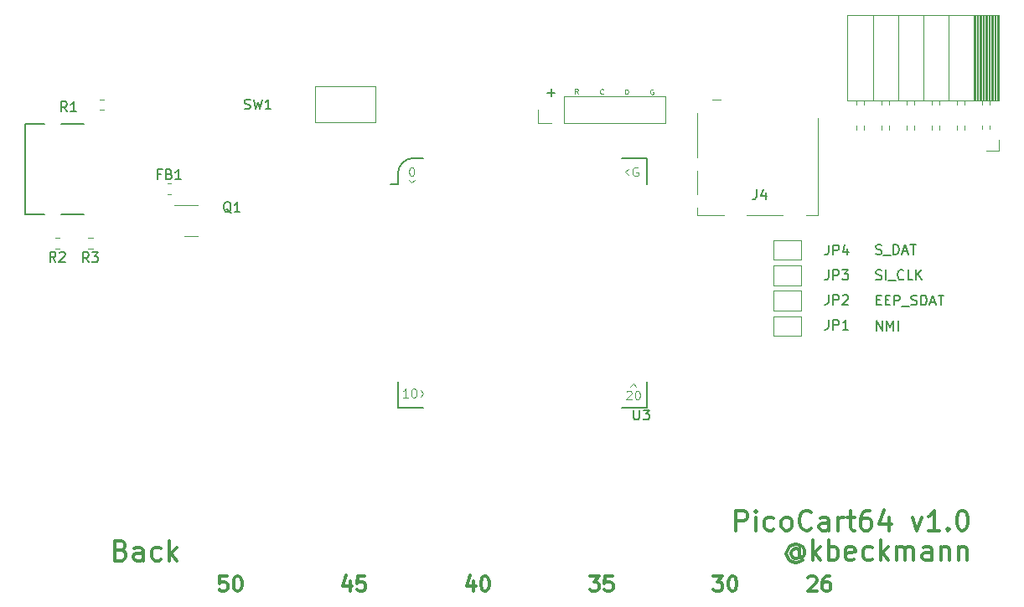
<source format=gto>
G04 #@! TF.GenerationSoftware,KiCad,Pcbnew,(6.0.5)*
G04 #@! TF.CreationDate,2022-06-22T00:44:10+02:00*
G04 #@! TF.ProjectId,picocart64_v1,7069636f-6361-4727-9436-345f76312e6b,rev?*
G04 #@! TF.SameCoordinates,Original*
G04 #@! TF.FileFunction,Legend,Top*
G04 #@! TF.FilePolarity,Positive*
%FSLAX46Y46*%
G04 Gerber Fmt 4.6, Leading zero omitted, Abs format (unit mm)*
G04 Created by KiCad (PCBNEW (6.0.5)) date 2022-06-22 00:44:10*
%MOMM*%
%LPD*%
G01*
G04 APERTURE LIST*
%ADD10C,0.125000*%
%ADD11C,0.300000*%
%ADD12C,0.150000*%
%ADD13C,0.120000*%
G04 APERTURE END LIST*
D10*
X155602761Y-60897325D02*
X155436095Y-60659230D01*
X155317047Y-60897325D02*
X155317047Y-60397325D01*
X155507523Y-60397325D01*
X155555142Y-60421135D01*
X155578952Y-60444944D01*
X155602761Y-60492563D01*
X155602761Y-60563992D01*
X155578952Y-60611611D01*
X155555142Y-60635420D01*
X155507523Y-60659230D01*
X155317047Y-60659230D01*
X158142761Y-60863733D02*
X158118952Y-60887542D01*
X158047523Y-60911352D01*
X157999904Y-60911352D01*
X157928476Y-60887542D01*
X157880857Y-60839923D01*
X157857047Y-60792304D01*
X157833238Y-60697066D01*
X157833238Y-60625638D01*
X157857047Y-60530400D01*
X157880857Y-60482781D01*
X157928476Y-60435162D01*
X157999904Y-60411352D01*
X158047523Y-60411352D01*
X158118952Y-60435162D01*
X158142761Y-60458971D01*
X160397047Y-60925379D02*
X160397047Y-60425379D01*
X160516095Y-60425379D01*
X160587523Y-60449189D01*
X160635142Y-60496808D01*
X160658952Y-60544427D01*
X160682761Y-60639665D01*
X160682761Y-60711093D01*
X160658952Y-60806331D01*
X160635142Y-60853950D01*
X160587523Y-60901569D01*
X160516095Y-60925379D01*
X160397047Y-60925379D01*
D11*
X132571428Y-110178571D02*
X132571428Y-111178571D01*
X132214285Y-109607142D02*
X131857142Y-110678571D01*
X132785714Y-110678571D01*
X134071428Y-109678571D02*
X133357142Y-109678571D01*
X133285714Y-110392857D01*
X133357142Y-110321428D01*
X133500000Y-110250000D01*
X133857142Y-110250000D01*
X134000000Y-110321428D01*
X134071428Y-110392857D01*
X134142857Y-110535714D01*
X134142857Y-110892857D01*
X134071428Y-111035714D01*
X134000000Y-111107142D01*
X133857142Y-111178571D01*
X133500000Y-111178571D01*
X133357142Y-111107142D01*
X133285714Y-111035714D01*
X145071428Y-110178571D02*
X145071428Y-111178571D01*
X144714285Y-109607142D02*
X144357142Y-110678571D01*
X145285714Y-110678571D01*
X146142857Y-109678571D02*
X146285714Y-109678571D01*
X146428571Y-109750000D01*
X146500000Y-109821428D01*
X146571428Y-109964285D01*
X146642857Y-110250000D01*
X146642857Y-110607142D01*
X146571428Y-110892857D01*
X146500000Y-111035714D01*
X146428571Y-111107142D01*
X146285714Y-111178571D01*
X146142857Y-111178571D01*
X146000000Y-111107142D01*
X145928571Y-111035714D01*
X145857142Y-110892857D01*
X145785714Y-110607142D01*
X145785714Y-110250000D01*
X145857142Y-109964285D01*
X145928571Y-109821428D01*
X146000000Y-109750000D01*
X146142857Y-109678571D01*
X156785714Y-109678571D02*
X157714285Y-109678571D01*
X157214285Y-110250000D01*
X157428571Y-110250000D01*
X157571428Y-110321428D01*
X157642857Y-110392857D01*
X157714285Y-110535714D01*
X157714285Y-110892857D01*
X157642857Y-111035714D01*
X157571428Y-111107142D01*
X157428571Y-111178571D01*
X157000000Y-111178571D01*
X156857142Y-111107142D01*
X156785714Y-111035714D01*
X159071428Y-109678571D02*
X158357142Y-109678571D01*
X158285714Y-110392857D01*
X158357142Y-110321428D01*
X158500000Y-110250000D01*
X158857142Y-110250000D01*
X159000000Y-110321428D01*
X159071428Y-110392857D01*
X159142857Y-110535714D01*
X159142857Y-110892857D01*
X159071428Y-111035714D01*
X159000000Y-111107142D01*
X158857142Y-111178571D01*
X158500000Y-111178571D01*
X158357142Y-111107142D01*
X158285714Y-111035714D01*
X169285714Y-109678571D02*
X170214285Y-109678571D01*
X169714285Y-110250000D01*
X169928571Y-110250000D01*
X170071428Y-110321428D01*
X170142857Y-110392857D01*
X170214285Y-110535714D01*
X170214285Y-110892857D01*
X170142857Y-111035714D01*
X170071428Y-111107142D01*
X169928571Y-111178571D01*
X169500000Y-111178571D01*
X169357142Y-111107142D01*
X169285714Y-111035714D01*
X171142857Y-109678571D02*
X171285714Y-109678571D01*
X171428571Y-109750000D01*
X171500000Y-109821428D01*
X171571428Y-109964285D01*
X171642857Y-110250000D01*
X171642857Y-110607142D01*
X171571428Y-110892857D01*
X171500000Y-111035714D01*
X171428571Y-111107142D01*
X171285714Y-111178571D01*
X171142857Y-111178571D01*
X171000000Y-111107142D01*
X170928571Y-111035714D01*
X170857142Y-110892857D01*
X170785714Y-110607142D01*
X170785714Y-110250000D01*
X170857142Y-109964285D01*
X170928571Y-109821428D01*
X171000000Y-109750000D01*
X171142857Y-109678571D01*
X178857142Y-109821428D02*
X178928571Y-109750000D01*
X179071428Y-109678571D01*
X179428571Y-109678571D01*
X179571428Y-109750000D01*
X179642857Y-109821428D01*
X179714285Y-109964285D01*
X179714285Y-110107142D01*
X179642857Y-110321428D01*
X178785714Y-111178571D01*
X179714285Y-111178571D01*
X181000000Y-109678571D02*
X180714285Y-109678571D01*
X180571428Y-109750000D01*
X180500000Y-109821428D01*
X180357142Y-110035714D01*
X180285714Y-110321428D01*
X180285714Y-110892857D01*
X180357142Y-111035714D01*
X180428571Y-111107142D01*
X180571428Y-111178571D01*
X180857142Y-111178571D01*
X181000000Y-111107142D01*
X181071428Y-111035714D01*
X181142857Y-110892857D01*
X181142857Y-110535714D01*
X181071428Y-110392857D01*
X181000000Y-110321428D01*
X180857142Y-110250000D01*
X180571428Y-110250000D01*
X180428571Y-110321428D01*
X180357142Y-110392857D01*
X180285714Y-110535714D01*
D12*
X185707976Y-77087361D02*
X185850833Y-77134980D01*
X186088928Y-77134980D01*
X186184166Y-77087361D01*
X186231785Y-77039742D01*
X186279404Y-76944504D01*
X186279404Y-76849266D01*
X186231785Y-76754028D01*
X186184166Y-76706409D01*
X186088928Y-76658790D01*
X185898452Y-76611171D01*
X185803214Y-76563552D01*
X185755595Y-76515933D01*
X185707976Y-76420695D01*
X185707976Y-76325457D01*
X185755595Y-76230219D01*
X185803214Y-76182600D01*
X185898452Y-76134980D01*
X186136547Y-76134980D01*
X186279404Y-76182600D01*
X186469880Y-77230219D02*
X187231785Y-77230219D01*
X187469880Y-77134980D02*
X187469880Y-76134980D01*
X187707976Y-76134980D01*
X187850833Y-76182600D01*
X187946071Y-76277838D01*
X187993690Y-76373076D01*
X188041309Y-76563552D01*
X188041309Y-76706409D01*
X187993690Y-76896885D01*
X187946071Y-76992123D01*
X187850833Y-77087361D01*
X187707976Y-77134980D01*
X187469880Y-77134980D01*
X188422261Y-76849266D02*
X188898452Y-76849266D01*
X188327023Y-77134980D02*
X188660357Y-76134980D01*
X188993690Y-77134980D01*
X189184166Y-76134980D02*
X189755595Y-76134980D01*
X189469880Y-77134980D02*
X189469880Y-76134980D01*
D11*
X120142857Y-109678571D02*
X119428571Y-109678571D01*
X119357142Y-110392857D01*
X119428571Y-110321428D01*
X119571428Y-110250000D01*
X119928571Y-110250000D01*
X120071428Y-110321428D01*
X120142857Y-110392857D01*
X120214285Y-110535714D01*
X120214285Y-110892857D01*
X120142857Y-111035714D01*
X120071428Y-111107142D01*
X119928571Y-111178571D01*
X119571428Y-111178571D01*
X119428571Y-111107142D01*
X119357142Y-111035714D01*
X121142857Y-109678571D02*
X121285714Y-109678571D01*
X121428571Y-109750000D01*
X121500000Y-109821428D01*
X121571428Y-109964285D01*
X121642857Y-110250000D01*
X121642857Y-110607142D01*
X121571428Y-110892857D01*
X121500000Y-111035714D01*
X121428571Y-111107142D01*
X121285714Y-111178571D01*
X121142857Y-111178571D01*
X121000000Y-111107142D01*
X120928571Y-111035714D01*
X120857142Y-110892857D01*
X120785714Y-110607142D01*
X120785714Y-110250000D01*
X120857142Y-109964285D01*
X120928571Y-109821428D01*
X121000000Y-109750000D01*
X121142857Y-109678571D01*
D12*
X185755595Y-84831180D02*
X185755595Y-83831180D01*
X186327023Y-84831180D01*
X186327023Y-83831180D01*
X186803214Y-84831180D02*
X186803214Y-83831180D01*
X187136547Y-84545466D01*
X187469880Y-83831180D01*
X187469880Y-84831180D01*
X187946071Y-84831180D02*
X187946071Y-83831180D01*
X185755595Y-81741971D02*
X186088928Y-81741971D01*
X186231785Y-82265780D02*
X185755595Y-82265780D01*
X185755595Y-81265780D01*
X186231785Y-81265780D01*
X186660357Y-81741971D02*
X186993690Y-81741971D01*
X187136547Y-82265780D02*
X186660357Y-82265780D01*
X186660357Y-81265780D01*
X187136547Y-81265780D01*
X187565119Y-82265780D02*
X187565119Y-81265780D01*
X187946071Y-81265780D01*
X188041309Y-81313400D01*
X188088928Y-81361019D01*
X188136547Y-81456257D01*
X188136547Y-81599114D01*
X188088928Y-81694352D01*
X188041309Y-81741971D01*
X187946071Y-81789590D01*
X187565119Y-81789590D01*
X188327023Y-82361019D02*
X189088928Y-82361019D01*
X189279404Y-82218161D02*
X189422261Y-82265780D01*
X189660357Y-82265780D01*
X189755595Y-82218161D01*
X189803214Y-82170542D01*
X189850833Y-82075304D01*
X189850833Y-81980066D01*
X189803214Y-81884828D01*
X189755595Y-81837209D01*
X189660357Y-81789590D01*
X189469880Y-81741971D01*
X189374642Y-81694352D01*
X189327023Y-81646733D01*
X189279404Y-81551495D01*
X189279404Y-81456257D01*
X189327023Y-81361019D01*
X189374642Y-81313400D01*
X189469880Y-81265780D01*
X189707976Y-81265780D01*
X189850833Y-81313400D01*
X190279404Y-82265780D02*
X190279404Y-81265780D01*
X190517500Y-81265780D01*
X190660357Y-81313400D01*
X190755595Y-81408638D01*
X190803214Y-81503876D01*
X190850833Y-81694352D01*
X190850833Y-81837209D01*
X190803214Y-82027685D01*
X190755595Y-82122923D01*
X190660357Y-82218161D01*
X190517500Y-82265780D01*
X190279404Y-82265780D01*
X191231785Y-81980066D02*
X191707976Y-81980066D01*
X191136547Y-82265780D02*
X191469880Y-81265780D01*
X191803214Y-82265780D01*
X191993690Y-81265780D02*
X192565119Y-81265780D01*
X192279404Y-82265780D02*
X192279404Y-81265780D01*
X152527047Y-60777428D02*
X153288952Y-60777428D01*
X152908000Y-61158380D02*
X152908000Y-60396476D01*
D10*
X163198952Y-60456000D02*
X163151333Y-60432190D01*
X163079904Y-60432190D01*
X163008476Y-60456000D01*
X162960857Y-60503619D01*
X162937047Y-60551238D01*
X162913238Y-60646476D01*
X162913238Y-60717904D01*
X162937047Y-60813142D01*
X162960857Y-60860761D01*
X163008476Y-60908380D01*
X163079904Y-60932190D01*
X163127523Y-60932190D01*
X163198952Y-60908380D01*
X163222761Y-60884571D01*
X163222761Y-60717904D01*
X163127523Y-60717904D01*
D12*
X185707976Y-79652761D02*
X185850833Y-79700380D01*
X186088928Y-79700380D01*
X186184166Y-79652761D01*
X186231785Y-79605142D01*
X186279404Y-79509904D01*
X186279404Y-79414666D01*
X186231785Y-79319428D01*
X186184166Y-79271809D01*
X186088928Y-79224190D01*
X185898452Y-79176571D01*
X185803214Y-79128952D01*
X185755595Y-79081333D01*
X185707976Y-78986095D01*
X185707976Y-78890857D01*
X185755595Y-78795619D01*
X185803214Y-78748000D01*
X185898452Y-78700380D01*
X186136547Y-78700380D01*
X186279404Y-78748000D01*
X186707976Y-79700380D02*
X186707976Y-78700380D01*
X186946071Y-79795619D02*
X187707976Y-79795619D01*
X188517500Y-79605142D02*
X188469880Y-79652761D01*
X188327023Y-79700380D01*
X188231785Y-79700380D01*
X188088928Y-79652761D01*
X187993690Y-79557523D01*
X187946071Y-79462285D01*
X187898452Y-79271809D01*
X187898452Y-79128952D01*
X187946071Y-78938476D01*
X187993690Y-78843238D01*
X188088928Y-78748000D01*
X188231785Y-78700380D01*
X188327023Y-78700380D01*
X188469880Y-78748000D01*
X188517500Y-78795619D01*
X189422261Y-79700380D02*
X188946071Y-79700380D01*
X188946071Y-78700380D01*
X189755595Y-79700380D02*
X189755595Y-78700380D01*
X190327023Y-79700380D02*
X189898452Y-79128952D01*
X190327023Y-78700380D02*
X189755595Y-79271809D01*
X161238095Y-92852380D02*
X161238095Y-93661904D01*
X161285714Y-93757142D01*
X161333333Y-93804761D01*
X161428571Y-93852380D01*
X161619047Y-93852380D01*
X161714285Y-93804761D01*
X161761904Y-93757142D01*
X161809523Y-93661904D01*
X161809523Y-92852380D01*
X162190476Y-92852380D02*
X162809523Y-92852380D01*
X162476190Y-93233333D01*
X162619047Y-93233333D01*
X162714285Y-93280952D01*
X162761904Y-93328571D01*
X162809523Y-93423809D01*
X162809523Y-93661904D01*
X162761904Y-93757142D01*
X162714285Y-93804761D01*
X162619047Y-93852380D01*
X162333333Y-93852380D01*
X162238095Y-93804761D01*
X162190476Y-93757142D01*
D13*
X138757142Y-68307142D02*
X138842857Y-68307142D01*
X138928571Y-68350000D01*
X138971428Y-68392857D01*
X139014285Y-68478571D01*
X139057142Y-68650000D01*
X139057142Y-68864285D01*
X139014285Y-69035714D01*
X138971428Y-69121428D01*
X138928571Y-69164285D01*
X138842857Y-69207142D01*
X138757142Y-69207142D01*
X138671428Y-69164285D01*
X138628571Y-69121428D01*
X138585714Y-69035714D01*
X138542857Y-68864285D01*
X138542857Y-68650000D01*
X138585714Y-68478571D01*
X138628571Y-68392857D01*
X138671428Y-68350000D01*
X138757142Y-68307142D01*
X138428571Y-91607142D02*
X137914285Y-91607142D01*
X138171428Y-91607142D02*
X138171428Y-90707142D01*
X138085714Y-90835714D01*
X138000000Y-90921428D01*
X137914285Y-90964285D01*
X138985714Y-90707142D02*
X139071428Y-90707142D01*
X139157142Y-90750000D01*
X139200000Y-90792857D01*
X139242857Y-90878571D01*
X139285714Y-91050000D01*
X139285714Y-91264285D01*
X139242857Y-91435714D01*
X139200000Y-91521428D01*
X139157142Y-91564285D01*
X139071428Y-91607142D01*
X138985714Y-91607142D01*
X138900000Y-91564285D01*
X138857142Y-91521428D01*
X138814285Y-91435714D01*
X138771428Y-91264285D01*
X138771428Y-91050000D01*
X138814285Y-90878571D01*
X138857142Y-90792857D01*
X138900000Y-90750000D01*
X138985714Y-90707142D01*
X161635714Y-68350000D02*
X161550000Y-68307142D01*
X161421428Y-68307142D01*
X161292857Y-68350000D01*
X161207142Y-68435714D01*
X161164285Y-68521428D01*
X161121428Y-68692857D01*
X161121428Y-68821428D01*
X161164285Y-68992857D01*
X161207142Y-69078571D01*
X161292857Y-69164285D01*
X161421428Y-69207142D01*
X161507142Y-69207142D01*
X161635714Y-69164285D01*
X161678571Y-69121428D01*
X161678571Y-68821428D01*
X161507142Y-68821428D01*
X160514285Y-90992857D02*
X160557142Y-90950000D01*
X160642857Y-90907142D01*
X160857142Y-90907142D01*
X160942857Y-90950000D01*
X160985714Y-90992857D01*
X161028571Y-91078571D01*
X161028571Y-91164285D01*
X160985714Y-91292857D01*
X160471428Y-91807142D01*
X161028571Y-91807142D01*
X161585714Y-90907142D02*
X161671428Y-90907142D01*
X161757142Y-90950000D01*
X161800000Y-90992857D01*
X161842857Y-91078571D01*
X161885714Y-91250000D01*
X161885714Y-91464285D01*
X161842857Y-91635714D01*
X161800000Y-91721428D01*
X161757142Y-91764285D01*
X161671428Y-91807142D01*
X161585714Y-91807142D01*
X161500000Y-91764285D01*
X161457142Y-91721428D01*
X161414285Y-91635714D01*
X161371428Y-91464285D01*
X161371428Y-91250000D01*
X161414285Y-91078571D01*
X161457142Y-90992857D01*
X161500000Y-90950000D01*
X161585714Y-90907142D01*
D12*
X180916666Y-83753180D02*
X180916666Y-84467466D01*
X180869047Y-84610323D01*
X180773809Y-84705561D01*
X180630952Y-84753180D01*
X180535714Y-84753180D01*
X181392857Y-84753180D02*
X181392857Y-83753180D01*
X181773809Y-83753180D01*
X181869047Y-83800800D01*
X181916666Y-83848419D01*
X181964285Y-83943657D01*
X181964285Y-84086514D01*
X181916666Y-84181752D01*
X181869047Y-84229371D01*
X181773809Y-84276990D01*
X181392857Y-84276990D01*
X182916666Y-84753180D02*
X182345238Y-84753180D01*
X182630952Y-84753180D02*
X182630952Y-83753180D01*
X182535714Y-83896038D01*
X182440476Y-83991276D01*
X182345238Y-84038895D01*
X180916666Y-81227780D02*
X180916666Y-81942066D01*
X180869047Y-82084923D01*
X180773809Y-82180161D01*
X180630952Y-82227780D01*
X180535714Y-82227780D01*
X181392857Y-82227780D02*
X181392857Y-81227780D01*
X181773809Y-81227780D01*
X181869047Y-81275400D01*
X181916666Y-81323019D01*
X181964285Y-81418257D01*
X181964285Y-81561114D01*
X181916666Y-81656352D01*
X181869047Y-81703971D01*
X181773809Y-81751590D01*
X181392857Y-81751590D01*
X182345238Y-81323019D02*
X182392857Y-81275400D01*
X182488095Y-81227780D01*
X182726190Y-81227780D01*
X182821428Y-81275400D01*
X182869047Y-81323019D01*
X182916666Y-81418257D01*
X182916666Y-81513495D01*
X182869047Y-81656352D01*
X182297619Y-82227780D01*
X182916666Y-82227780D01*
X106158333Y-77922380D02*
X105825000Y-77446190D01*
X105586904Y-77922380D02*
X105586904Y-76922380D01*
X105967857Y-76922380D01*
X106063095Y-76970000D01*
X106110714Y-77017619D01*
X106158333Y-77112857D01*
X106158333Y-77255714D01*
X106110714Y-77350952D01*
X106063095Y-77398571D01*
X105967857Y-77446190D01*
X105586904Y-77446190D01*
X106491666Y-76922380D02*
X107110714Y-76922380D01*
X106777380Y-77303333D01*
X106920238Y-77303333D01*
X107015476Y-77350952D01*
X107063095Y-77398571D01*
X107110714Y-77493809D01*
X107110714Y-77731904D01*
X107063095Y-77827142D01*
X107015476Y-77874761D01*
X106920238Y-77922380D01*
X106634523Y-77922380D01*
X106539285Y-77874761D01*
X106491666Y-77827142D01*
X173656666Y-70572380D02*
X173656666Y-71286666D01*
X173609047Y-71429523D01*
X173513809Y-71524761D01*
X173370952Y-71572380D01*
X173275714Y-71572380D01*
X174561428Y-70905714D02*
X174561428Y-71572380D01*
X174323333Y-70524761D02*
X174085238Y-71239047D01*
X174704285Y-71239047D01*
X103973333Y-62682380D02*
X103640000Y-62206190D01*
X103401904Y-62682380D02*
X103401904Y-61682380D01*
X103782857Y-61682380D01*
X103878095Y-61730000D01*
X103925714Y-61777619D01*
X103973333Y-61872857D01*
X103973333Y-62015714D01*
X103925714Y-62110952D01*
X103878095Y-62158571D01*
X103782857Y-62206190D01*
X103401904Y-62206190D01*
X104925714Y-62682380D02*
X104354285Y-62682380D01*
X104640000Y-62682380D02*
X104640000Y-61682380D01*
X104544761Y-61825238D01*
X104449523Y-61920476D01*
X104354285Y-61968095D01*
X121916666Y-62404761D02*
X122059523Y-62452380D01*
X122297619Y-62452380D01*
X122392857Y-62404761D01*
X122440476Y-62357142D01*
X122488095Y-62261904D01*
X122488095Y-62166666D01*
X122440476Y-62071428D01*
X122392857Y-62023809D01*
X122297619Y-61976190D01*
X122107142Y-61928571D01*
X122011904Y-61880952D01*
X121964285Y-61833333D01*
X121916666Y-61738095D01*
X121916666Y-61642857D01*
X121964285Y-61547619D01*
X122011904Y-61500000D01*
X122107142Y-61452380D01*
X122345238Y-61452380D01*
X122488095Y-61500000D01*
X122821428Y-61452380D02*
X123059523Y-62452380D01*
X123250000Y-61738095D01*
X123440476Y-62452380D01*
X123678571Y-61452380D01*
X124583333Y-62452380D02*
X124011904Y-62452380D01*
X124297619Y-62452380D02*
X124297619Y-61452380D01*
X124202380Y-61595238D01*
X124107142Y-61690476D01*
X124011904Y-61738095D01*
X180916666Y-78702380D02*
X180916666Y-79416666D01*
X180869047Y-79559523D01*
X180773809Y-79654761D01*
X180630952Y-79702380D01*
X180535714Y-79702380D01*
X181392857Y-79702380D02*
X181392857Y-78702380D01*
X181773809Y-78702380D01*
X181869047Y-78750000D01*
X181916666Y-78797619D01*
X181964285Y-78892857D01*
X181964285Y-79035714D01*
X181916666Y-79130952D01*
X181869047Y-79178571D01*
X181773809Y-79226190D01*
X181392857Y-79226190D01*
X182297619Y-78702380D02*
X182916666Y-78702380D01*
X182583333Y-79083333D01*
X182726190Y-79083333D01*
X182821428Y-79130952D01*
X182869047Y-79178571D01*
X182916666Y-79273809D01*
X182916666Y-79511904D01*
X182869047Y-79607142D01*
X182821428Y-79654761D01*
X182726190Y-79702380D01*
X182440476Y-79702380D01*
X182345238Y-79654761D01*
X182297619Y-79607142D01*
X180916666Y-76184980D02*
X180916666Y-76899266D01*
X180869047Y-77042123D01*
X180773809Y-77137361D01*
X180630952Y-77184980D01*
X180535714Y-77184980D01*
X181392857Y-77184980D02*
X181392857Y-76184980D01*
X181773809Y-76184980D01*
X181869047Y-76232600D01*
X181916666Y-76280219D01*
X181964285Y-76375457D01*
X181964285Y-76518314D01*
X181916666Y-76613552D01*
X181869047Y-76661171D01*
X181773809Y-76708790D01*
X181392857Y-76708790D01*
X182821428Y-76518314D02*
X182821428Y-77184980D01*
X182583333Y-76137361D02*
X182345238Y-76851647D01*
X182964285Y-76851647D01*
X102833333Y-77882380D02*
X102500000Y-77406190D01*
X102261904Y-77882380D02*
X102261904Y-76882380D01*
X102642857Y-76882380D01*
X102738095Y-76930000D01*
X102785714Y-76977619D01*
X102833333Y-77072857D01*
X102833333Y-77215714D01*
X102785714Y-77310952D01*
X102738095Y-77358571D01*
X102642857Y-77406190D01*
X102261904Y-77406190D01*
X103214285Y-76977619D02*
X103261904Y-76930000D01*
X103357142Y-76882380D01*
X103595238Y-76882380D01*
X103690476Y-76930000D01*
X103738095Y-76977619D01*
X103785714Y-77072857D01*
X103785714Y-77168095D01*
X103738095Y-77310952D01*
X103166666Y-77882380D01*
X103785714Y-77882380D01*
X120554761Y-72937619D02*
X120459523Y-72890000D01*
X120364285Y-72794761D01*
X120221428Y-72651904D01*
X120126190Y-72604285D01*
X120030952Y-72604285D01*
X120078571Y-72842380D02*
X119983333Y-72794761D01*
X119888095Y-72699523D01*
X119840476Y-72509047D01*
X119840476Y-72175714D01*
X119888095Y-71985238D01*
X119983333Y-71890000D01*
X120078571Y-71842380D01*
X120269047Y-71842380D01*
X120364285Y-71890000D01*
X120459523Y-71985238D01*
X120507142Y-72175714D01*
X120507142Y-72509047D01*
X120459523Y-72699523D01*
X120364285Y-72794761D01*
X120269047Y-72842380D01*
X120078571Y-72842380D01*
X121459523Y-72842380D02*
X120888095Y-72842380D01*
X121173809Y-72842380D02*
X121173809Y-71842380D01*
X121078571Y-71985238D01*
X120983333Y-72080476D01*
X120888095Y-72128095D01*
X113454166Y-68998571D02*
X113120833Y-68998571D01*
X113120833Y-69522380D02*
X113120833Y-68522380D01*
X113597023Y-68522380D01*
X114311309Y-68998571D02*
X114454166Y-69046190D01*
X114501785Y-69093809D01*
X114549404Y-69189047D01*
X114549404Y-69331904D01*
X114501785Y-69427142D01*
X114454166Y-69474761D01*
X114358928Y-69522380D01*
X113977976Y-69522380D01*
X113977976Y-68522380D01*
X114311309Y-68522380D01*
X114406547Y-68570000D01*
X114454166Y-68617619D01*
X114501785Y-68712857D01*
X114501785Y-68808095D01*
X114454166Y-68903333D01*
X114406547Y-68950952D01*
X114311309Y-68998571D01*
X113977976Y-68998571D01*
X115501785Y-69522380D02*
X114930357Y-69522380D01*
X115216071Y-69522380D02*
X115216071Y-68522380D01*
X115120833Y-68665238D01*
X115025595Y-68760476D01*
X114930357Y-68808095D01*
D11*
X109458428Y-107045142D02*
X109744142Y-107140380D01*
X109839380Y-107235619D01*
X109934619Y-107426095D01*
X109934619Y-107711809D01*
X109839380Y-107902285D01*
X109744142Y-107997523D01*
X109553666Y-108092761D01*
X108791761Y-108092761D01*
X108791761Y-106092761D01*
X109458428Y-106092761D01*
X109648904Y-106188000D01*
X109744142Y-106283238D01*
X109839380Y-106473714D01*
X109839380Y-106664190D01*
X109744142Y-106854666D01*
X109648904Y-106949904D01*
X109458428Y-107045142D01*
X108791761Y-107045142D01*
X111648904Y-108092761D02*
X111648904Y-107045142D01*
X111553666Y-106854666D01*
X111363190Y-106759428D01*
X110982238Y-106759428D01*
X110791761Y-106854666D01*
X111648904Y-107997523D02*
X111458428Y-108092761D01*
X110982238Y-108092761D01*
X110791761Y-107997523D01*
X110696523Y-107807047D01*
X110696523Y-107616571D01*
X110791761Y-107426095D01*
X110982238Y-107330857D01*
X111458428Y-107330857D01*
X111648904Y-107235619D01*
X113458428Y-107997523D02*
X113267952Y-108092761D01*
X112887000Y-108092761D01*
X112696523Y-107997523D01*
X112601285Y-107902285D01*
X112506047Y-107711809D01*
X112506047Y-107140380D01*
X112601285Y-106949904D01*
X112696523Y-106854666D01*
X112887000Y-106759428D01*
X113267952Y-106759428D01*
X113458428Y-106854666D01*
X114315571Y-108092761D02*
X114315571Y-106092761D01*
X114506047Y-107330857D02*
X115077476Y-108092761D01*
X115077476Y-106759428D02*
X114315571Y-107521333D01*
X177994445Y-107095750D02*
X177899207Y-107000512D01*
X177708731Y-106905274D01*
X177518255Y-106905274D01*
X177327778Y-107000512D01*
X177232540Y-107095750D01*
X177137302Y-107286227D01*
X177137302Y-107476703D01*
X177232540Y-107667179D01*
X177327778Y-107762417D01*
X177518255Y-107857655D01*
X177708731Y-107857655D01*
X177899207Y-107762417D01*
X177994445Y-107667179D01*
X177994445Y-106905274D02*
X177994445Y-107667179D01*
X178089683Y-107762417D01*
X178184921Y-107762417D01*
X178375397Y-107667179D01*
X178470636Y-107476703D01*
X178470636Y-107000512D01*
X178280159Y-106714798D01*
X177994445Y-106524322D01*
X177613493Y-106429084D01*
X177232540Y-106524322D01*
X176946826Y-106714798D01*
X176756350Y-107000512D01*
X176661112Y-107381465D01*
X176756350Y-107762417D01*
X176946826Y-108048131D01*
X177232540Y-108238608D01*
X177613493Y-108333846D01*
X177994445Y-108238608D01*
X178280159Y-108048131D01*
X179327778Y-108048131D02*
X179327778Y-106048131D01*
X179518255Y-107286227D02*
X180089683Y-108048131D01*
X180089683Y-106714798D02*
X179327778Y-107476703D01*
X180946826Y-108048131D02*
X180946826Y-106048131D01*
X180946826Y-106810036D02*
X181137302Y-106714798D01*
X181518255Y-106714798D01*
X181708731Y-106810036D01*
X181803969Y-106905274D01*
X181899207Y-107095750D01*
X181899207Y-107667179D01*
X181803969Y-107857655D01*
X181708731Y-107952893D01*
X181518255Y-108048131D01*
X181137302Y-108048131D01*
X180946826Y-107952893D01*
X183518255Y-107952893D02*
X183327778Y-108048131D01*
X182946826Y-108048131D01*
X182756350Y-107952893D01*
X182661112Y-107762417D01*
X182661112Y-107000512D01*
X182756350Y-106810036D01*
X182946826Y-106714798D01*
X183327778Y-106714798D01*
X183518255Y-106810036D01*
X183613493Y-107000512D01*
X183613493Y-107190989D01*
X182661112Y-107381465D01*
X185327778Y-107952893D02*
X185137302Y-108048131D01*
X184756350Y-108048131D01*
X184565874Y-107952893D01*
X184470636Y-107857655D01*
X184375397Y-107667179D01*
X184375397Y-107095750D01*
X184470636Y-106905274D01*
X184565874Y-106810036D01*
X184756350Y-106714798D01*
X185137302Y-106714798D01*
X185327778Y-106810036D01*
X186184921Y-108048131D02*
X186184921Y-106048131D01*
X186375397Y-107286227D02*
X186946826Y-108048131D01*
X186946826Y-106714798D02*
X186184921Y-107476703D01*
X187803969Y-108048131D02*
X187803969Y-106714798D01*
X187803969Y-106905274D02*
X187899207Y-106810036D01*
X188089683Y-106714798D01*
X188375397Y-106714798D01*
X188565874Y-106810036D01*
X188661112Y-107000512D01*
X188661112Y-108048131D01*
X188661112Y-107000512D02*
X188756350Y-106810036D01*
X188946826Y-106714798D01*
X189232540Y-106714798D01*
X189423017Y-106810036D01*
X189518255Y-107000512D01*
X189518255Y-108048131D01*
X191327778Y-108048131D02*
X191327778Y-107000512D01*
X191232540Y-106810036D01*
X191042064Y-106714798D01*
X190661112Y-106714798D01*
X190470636Y-106810036D01*
X191327778Y-107952893D02*
X191137302Y-108048131D01*
X190661112Y-108048131D01*
X190470636Y-107952893D01*
X190375397Y-107762417D01*
X190375397Y-107571941D01*
X190470636Y-107381465D01*
X190661112Y-107286227D01*
X191137302Y-107286227D01*
X191327778Y-107190989D01*
X192280159Y-106714798D02*
X192280159Y-108048131D01*
X192280159Y-106905274D02*
X192375397Y-106810036D01*
X192565874Y-106714798D01*
X192851588Y-106714798D01*
X193042064Y-106810036D01*
X193137302Y-107000512D01*
X193137302Y-108048131D01*
X194089683Y-106714798D02*
X194089683Y-108048131D01*
X194089683Y-106905274D02*
X194184921Y-106810036D01*
X194375397Y-106714798D01*
X194661112Y-106714798D01*
X194851588Y-106810036D01*
X194946826Y-107000512D01*
X194946826Y-108048131D01*
X171575476Y-105044761D02*
X171575476Y-103044761D01*
X172337380Y-103044761D01*
X172527857Y-103140000D01*
X172623095Y-103235238D01*
X172718333Y-103425714D01*
X172718333Y-103711428D01*
X172623095Y-103901904D01*
X172527857Y-103997142D01*
X172337380Y-104092380D01*
X171575476Y-104092380D01*
X173575476Y-105044761D02*
X173575476Y-103711428D01*
X173575476Y-103044761D02*
X173480238Y-103140000D01*
X173575476Y-103235238D01*
X173670714Y-103140000D01*
X173575476Y-103044761D01*
X173575476Y-103235238D01*
X175385000Y-104949523D02*
X175194523Y-105044761D01*
X174813571Y-105044761D01*
X174623095Y-104949523D01*
X174527857Y-104854285D01*
X174432619Y-104663809D01*
X174432619Y-104092380D01*
X174527857Y-103901904D01*
X174623095Y-103806666D01*
X174813571Y-103711428D01*
X175194523Y-103711428D01*
X175385000Y-103806666D01*
X176527857Y-105044761D02*
X176337380Y-104949523D01*
X176242142Y-104854285D01*
X176146904Y-104663809D01*
X176146904Y-104092380D01*
X176242142Y-103901904D01*
X176337380Y-103806666D01*
X176527857Y-103711428D01*
X176813571Y-103711428D01*
X177004047Y-103806666D01*
X177099285Y-103901904D01*
X177194523Y-104092380D01*
X177194523Y-104663809D01*
X177099285Y-104854285D01*
X177004047Y-104949523D01*
X176813571Y-105044761D01*
X176527857Y-105044761D01*
X179194523Y-104854285D02*
X179099285Y-104949523D01*
X178813571Y-105044761D01*
X178623095Y-105044761D01*
X178337380Y-104949523D01*
X178146904Y-104759047D01*
X178051666Y-104568571D01*
X177956428Y-104187619D01*
X177956428Y-103901904D01*
X178051666Y-103520952D01*
X178146904Y-103330476D01*
X178337380Y-103140000D01*
X178623095Y-103044761D01*
X178813571Y-103044761D01*
X179099285Y-103140000D01*
X179194523Y-103235238D01*
X180908809Y-105044761D02*
X180908809Y-103997142D01*
X180813571Y-103806666D01*
X180623095Y-103711428D01*
X180242142Y-103711428D01*
X180051666Y-103806666D01*
X180908809Y-104949523D02*
X180718333Y-105044761D01*
X180242142Y-105044761D01*
X180051666Y-104949523D01*
X179956428Y-104759047D01*
X179956428Y-104568571D01*
X180051666Y-104378095D01*
X180242142Y-104282857D01*
X180718333Y-104282857D01*
X180908809Y-104187619D01*
X181861190Y-105044761D02*
X181861190Y-103711428D01*
X181861190Y-104092380D02*
X181956428Y-103901904D01*
X182051666Y-103806666D01*
X182242142Y-103711428D01*
X182432619Y-103711428D01*
X182813571Y-103711428D02*
X183575476Y-103711428D01*
X183099285Y-103044761D02*
X183099285Y-104759047D01*
X183194523Y-104949523D01*
X183385000Y-105044761D01*
X183575476Y-105044761D01*
X185099285Y-103044761D02*
X184718333Y-103044761D01*
X184527857Y-103140000D01*
X184432619Y-103235238D01*
X184242142Y-103520952D01*
X184146904Y-103901904D01*
X184146904Y-104663809D01*
X184242142Y-104854285D01*
X184337380Y-104949523D01*
X184527857Y-105044761D01*
X184908809Y-105044761D01*
X185099285Y-104949523D01*
X185194523Y-104854285D01*
X185289761Y-104663809D01*
X185289761Y-104187619D01*
X185194523Y-103997142D01*
X185099285Y-103901904D01*
X184908809Y-103806666D01*
X184527857Y-103806666D01*
X184337380Y-103901904D01*
X184242142Y-103997142D01*
X184146904Y-104187619D01*
X187004047Y-103711428D02*
X187004047Y-105044761D01*
X186527857Y-102949523D02*
X186051666Y-104378095D01*
X187289761Y-104378095D01*
X189385000Y-103711428D02*
X189861190Y-105044761D01*
X190337380Y-103711428D01*
X192146904Y-105044761D02*
X191004047Y-105044761D01*
X191575476Y-105044761D02*
X191575476Y-103044761D01*
X191385000Y-103330476D01*
X191194523Y-103520952D01*
X191004047Y-103616190D01*
X193004047Y-104854285D02*
X193099285Y-104949523D01*
X193004047Y-105044761D01*
X192908809Y-104949523D01*
X193004047Y-104854285D01*
X193004047Y-105044761D01*
X194337380Y-103044761D02*
X194527857Y-103044761D01*
X194718333Y-103140000D01*
X194813571Y-103235238D01*
X194908809Y-103425714D01*
X195004047Y-103806666D01*
X195004047Y-104282857D01*
X194908809Y-104663809D01*
X194813571Y-104854285D01*
X194718333Y-104949523D01*
X194527857Y-105044761D01*
X194337380Y-105044761D01*
X194146904Y-104949523D01*
X194051666Y-104854285D01*
X193956428Y-104663809D01*
X193861190Y-104282857D01*
X193861190Y-103806666D01*
X193956428Y-103425714D01*
X194051666Y-103235238D01*
X194146904Y-103140000D01*
X194337380Y-103044761D01*
D12*
X160000000Y-67400000D02*
X162600000Y-67400000D01*
D13*
X138800000Y-69900000D02*
X139100000Y-69600000D01*
D12*
X162600000Y-67400000D02*
X162600000Y-70000000D01*
D13*
X160700000Y-68500000D02*
X160400000Y-68800000D01*
D12*
X162600000Y-92600000D02*
X160000000Y-92600000D01*
X137400000Y-70000000D02*
X137400000Y-68900000D01*
X137400000Y-92600000D02*
X137400000Y-90000000D01*
D13*
X140000000Y-91200000D02*
X139700000Y-90900000D01*
X160400000Y-68800000D02*
X160700000Y-69100000D01*
X161500000Y-90500000D02*
X161200000Y-90200000D01*
D12*
X140000000Y-92600000D02*
X137400000Y-92600000D01*
X137400000Y-70000000D02*
X136700000Y-70000000D01*
D13*
X139700000Y-91500000D02*
X140000000Y-91200000D01*
D12*
X162600000Y-90000000D02*
X162600000Y-92600000D01*
D13*
X138500000Y-69600000D02*
X138800000Y-69900000D01*
X161200000Y-90200000D02*
X160900000Y-90500000D01*
D12*
X138900000Y-67400000D02*
X140000000Y-67400000D01*
X138900000Y-67400000D02*
G75*
G03*
X137400000Y-68900000I116790J-1616790D01*
G01*
D13*
X175384000Y-85378800D02*
X175384000Y-83378800D01*
X178184000Y-83378800D02*
X178184000Y-85378800D01*
X178184000Y-85378800D02*
X175384000Y-85378800D01*
X175384000Y-83378800D02*
X178184000Y-83378800D01*
X154183000Y-63814000D02*
X164403000Y-63814000D01*
X151583000Y-63814000D02*
X151583000Y-62484000D01*
X154183000Y-61154000D02*
X164403000Y-61154000D01*
X164403000Y-63814000D02*
X164403000Y-61154000D01*
X154183000Y-63814000D02*
X154183000Y-61154000D01*
X152913000Y-63814000D02*
X151583000Y-63814000D01*
X178184000Y-80813400D02*
X178184000Y-82813400D01*
X175384000Y-82813400D02*
X175384000Y-80813400D01*
X175384000Y-80813400D02*
X178184000Y-80813400D01*
X178184000Y-82813400D02*
X175384000Y-82813400D01*
D12*
X99744000Y-73115000D02*
X99744000Y-63915000D01*
X99744000Y-63915000D02*
X101694000Y-63915000D01*
X103344000Y-63915000D02*
X105644000Y-63915000D01*
X99744000Y-73115000D02*
X101694000Y-73115000D01*
X103344000Y-73115000D02*
X105644000Y-73115000D01*
D13*
X106087742Y-75477500D02*
X106562258Y-75477500D01*
X106087742Y-76522500D02*
X106562258Y-76522500D01*
X167666000Y-68710000D02*
X167666000Y-71010000D01*
X169146000Y-61490000D02*
X170006000Y-61490000D01*
X167666000Y-72410000D02*
X167666000Y-73130000D01*
X178616000Y-73130000D02*
X179846000Y-73130000D01*
X179846000Y-73130000D02*
X179846000Y-63310000D01*
X167666000Y-73130000D02*
X170346000Y-73130000D01*
X167666000Y-62860000D02*
X167666000Y-67310000D01*
X172646000Y-73130000D02*
X176316000Y-73130000D01*
X107737258Y-61477500D02*
X107262742Y-61477500D01*
X107737258Y-62522500D02*
X107262742Y-62522500D01*
X129020000Y-60166000D02*
X135140000Y-60166000D01*
X135140000Y-60166000D02*
X135140000Y-63786000D01*
X135140000Y-63786000D02*
X129020000Y-63786000D01*
X129020000Y-63786000D02*
X129020000Y-60166000D01*
X175384000Y-80248000D02*
X175384000Y-78248000D01*
X175384000Y-78248000D02*
X178184000Y-78248000D01*
X178184000Y-80248000D02*
X175384000Y-80248000D01*
X178184000Y-78248000D02*
X178184000Y-80248000D01*
X175384000Y-77682600D02*
X175384000Y-75682600D01*
X178184000Y-75682600D02*
X178184000Y-77682600D01*
X175384000Y-75682600D02*
X178184000Y-75682600D01*
X178184000Y-77682600D02*
X175384000Y-77682600D01*
X103237258Y-76522500D02*
X102762742Y-76522500D01*
X103237258Y-75477500D02*
X102762742Y-75477500D01*
X116500000Y-72190000D02*
X114825000Y-72190000D01*
X116500000Y-72190000D02*
X117150000Y-72190000D01*
X116500000Y-75310000D02*
X115850000Y-75310000D01*
X116500000Y-75310000D02*
X117150000Y-75310000D01*
X197090240Y-52939000D02*
X197090240Y-61569000D01*
X197208335Y-52939000D02*
X197208335Y-61569000D01*
X196465000Y-61569000D02*
X196465000Y-61979000D01*
X192105000Y-61569000D02*
X192105000Y-61979000D01*
X195791195Y-52939000D02*
X195791195Y-61569000D01*
X196465000Y-64079000D02*
X196465000Y-64459000D01*
X198035000Y-52939000D02*
X198035000Y-61569000D01*
X196263575Y-52939000D02*
X196263575Y-61569000D01*
X197562620Y-52939000D02*
X197562620Y-61569000D01*
X195909290Y-52939000D02*
X195909290Y-61569000D01*
X188845000Y-61569000D02*
X188845000Y-61979000D01*
X182795000Y-52939000D02*
X182795000Y-61569000D01*
X198155000Y-65569000D02*
X198155000Y-66679000D01*
X194645000Y-64079000D02*
X194645000Y-64519000D01*
X193925000Y-61569000D02*
X193925000Y-61979000D01*
X197444525Y-52939000D02*
X197444525Y-61569000D01*
X194645000Y-61569000D02*
X194645000Y-61979000D01*
X193925000Y-64079000D02*
X193925000Y-64519000D01*
X187025000Y-64079000D02*
X187025000Y-64519000D01*
X197916905Y-52939000D02*
X197916905Y-61569000D01*
X187025000Y-61569000D02*
X187025000Y-61979000D01*
X196381670Y-52939000D02*
X196381670Y-61569000D01*
X192105000Y-64079000D02*
X192105000Y-64519000D01*
X197680715Y-52939000D02*
X197680715Y-61569000D01*
X197185000Y-61569000D02*
X197185000Y-61979000D01*
X197185000Y-64079000D02*
X197185000Y-64459000D01*
X196499765Y-52939000D02*
X196499765Y-61569000D01*
X183765000Y-61569000D02*
X183765000Y-61979000D01*
X198155000Y-66679000D02*
X196825000Y-66679000D01*
X186305000Y-64079000D02*
X186305000Y-64519000D01*
X184485000Y-64079000D02*
X184485000Y-64519000D01*
X197798810Y-52939000D02*
X197798810Y-61569000D01*
X198155000Y-52939000D02*
X198155000Y-61569000D01*
X195673100Y-52939000D02*
X195673100Y-61569000D01*
X190475000Y-52939000D02*
X190475000Y-61569000D01*
X189565000Y-64079000D02*
X189565000Y-64519000D01*
X187935000Y-52939000D02*
X187935000Y-61569000D01*
X193015000Y-52939000D02*
X193015000Y-61569000D01*
X185395000Y-52939000D02*
X185395000Y-61569000D01*
X191385000Y-61569000D02*
X191385000Y-61979000D01*
X196145480Y-52939000D02*
X196145480Y-61569000D01*
X184485000Y-61569000D02*
X184485000Y-61979000D01*
X191385000Y-64079000D02*
X191385000Y-64519000D01*
X183765000Y-64079000D02*
X183765000Y-64519000D01*
X198155000Y-61569000D02*
X182795000Y-61569000D01*
X188845000Y-64079000D02*
X188845000Y-64519000D01*
X186305000Y-61569000D02*
X186305000Y-61979000D01*
X196972145Y-52939000D02*
X196972145Y-61569000D01*
X189565000Y-61569000D02*
X189565000Y-61979000D01*
X198155000Y-52939000D02*
X182795000Y-52939000D01*
X196027385Y-52939000D02*
X196027385Y-61569000D01*
X196617860Y-52939000D02*
X196617860Y-61569000D01*
X196735955Y-52939000D02*
X196735955Y-61569000D01*
X196854050Y-52939000D02*
X196854050Y-61569000D01*
X197326430Y-52939000D02*
X197326430Y-61569000D01*
X195555000Y-52939000D02*
X195555000Y-61569000D01*
X114124721Y-71010000D02*
X114450279Y-71010000D01*
X114124721Y-69990000D02*
X114450279Y-69990000D01*
M02*

</source>
